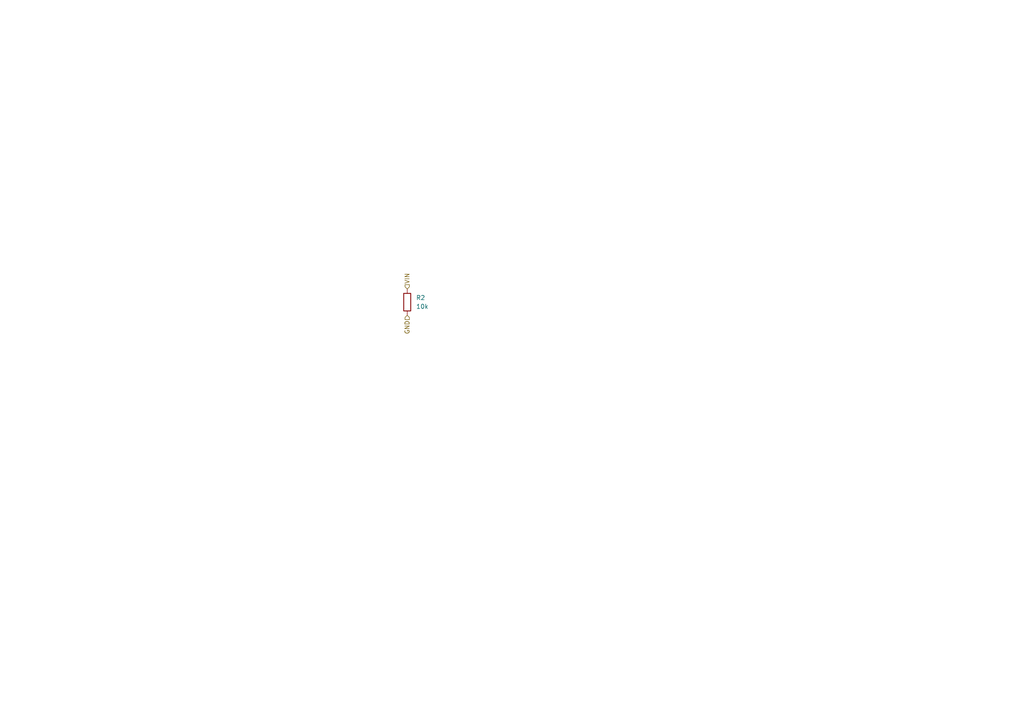
<source format=kicad_sch>
(kicad_sch (version 20250114) (generator "eeschema") (generator_version "9.0")
  (paper "A4")
  (lib_symbols
    (symbol "Device:R" (pin_numbers (hide yes)) (pin_names (offset 0.254))
      (property "Reference" "{'value': 'R', 'position': {'x': 2.032, 'y': 0.0, 'rotation': 90.0}, 'effects': {'font_size': [1.27, 1.27]}}" (at 0 0 0))
      (property "Value" "{'value': 'R', 'position': {'x': 0.0, 'y': 0.0, 'rotation': 90.0}, 'effects': {'font_size': [1.27, 1.27]}}" (at 0 0 0))
      (symbol "R_0_1"
        (rectangle (start -1.016 -2.54) (end 1.016 2.54) (stroke (width 0.254)))
      )
      (symbol "R_1_1"
        (pin passive line (at 0 3.81 270) (length 1.27) (name "~") (number "1"))
        (pin passive line (at 0 -3.81 90) (length 1.27) (name "~") (number "2"))
      )
    )
  )
  (hierarchical_label "VIN" (shape input) (at 118.11 83.82 90))
  (hierarchical_label "GND" (shape input) (at 118.11 91.44 270))
  (symbol (lib_id "Device:R") (at 118.11 87.63 0) (unit 1)
    (property "Reference" "R2" (at 120.65 86.36 0) (effects (justify left)))
    (property "Value" "10k" (at 120.65 88.9 0) (effects (justify left)))
    (property "Footprint" "Resistor_SMD:R_0603_1608Metric" (effects (hide yes)))
  )
)
</source>
